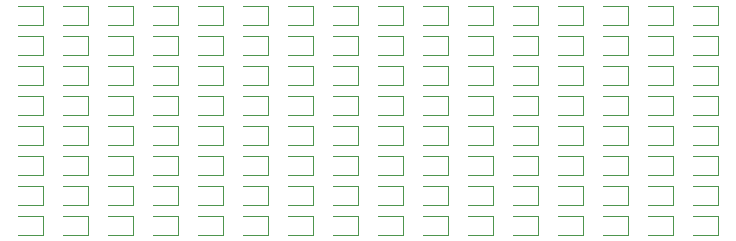
<source format=gbr>
G04 EAGLE Gerber RS-274X export*
G75*
%MOMM*%
%FSLAX34Y34*%
%LPD*%
%INSilkscreen Bottom*%
%IPPOS*%
%AMOC8*
5,1,8,0,0,1.08239X$1,22.5*%
G01*
G04 Define Apertures*
%ADD10C,0.120000*%
D10*
X952899Y401399D02*
X931800Y401399D01*
X952899Y401399D02*
X952899Y386001D01*
X931800Y386001D01*
X571899Y274399D02*
X550800Y274399D01*
X571899Y274399D02*
X571899Y259001D01*
X550800Y259001D01*
X533799Y274399D02*
X512700Y274399D01*
X533799Y274399D02*
X533799Y259001D01*
X512700Y259001D01*
X495699Y274399D02*
X474600Y274399D01*
X495699Y274399D02*
X495699Y259001D01*
X474600Y259001D01*
X1046100Y248999D02*
X1067199Y248999D01*
X1067199Y233601D01*
X1046100Y233601D01*
X1029099Y248999D02*
X1008000Y248999D01*
X1029099Y248999D02*
X1029099Y233601D01*
X1008000Y233601D01*
X990999Y248999D02*
X969900Y248999D01*
X990999Y248999D02*
X990999Y233601D01*
X969900Y233601D01*
X952899Y248999D02*
X931800Y248999D01*
X952899Y248999D02*
X952899Y233601D01*
X931800Y233601D01*
X914799Y248999D02*
X893700Y248999D01*
X914799Y248999D02*
X914799Y233601D01*
X893700Y233601D01*
X876699Y248999D02*
X855600Y248999D01*
X876699Y248999D02*
X876699Y233601D01*
X855600Y233601D01*
X838599Y248999D02*
X817500Y248999D01*
X838599Y248999D02*
X838599Y233601D01*
X817500Y233601D01*
X893700Y401399D02*
X914799Y401399D01*
X914799Y386001D01*
X893700Y386001D01*
X800499Y248999D02*
X779400Y248999D01*
X800499Y248999D02*
X800499Y233601D01*
X779400Y233601D01*
X762399Y248999D02*
X741300Y248999D01*
X762399Y248999D02*
X762399Y233601D01*
X741300Y233601D01*
X724299Y248999D02*
X703200Y248999D01*
X724299Y248999D02*
X724299Y233601D01*
X703200Y233601D01*
X686199Y248999D02*
X665100Y248999D01*
X686199Y248999D02*
X686199Y233601D01*
X665100Y233601D01*
X648099Y248999D02*
X627000Y248999D01*
X648099Y248999D02*
X648099Y233601D01*
X627000Y233601D01*
X609999Y248999D02*
X588900Y248999D01*
X609999Y248999D02*
X609999Y233601D01*
X588900Y233601D01*
X571899Y248999D02*
X550800Y248999D01*
X571899Y248999D02*
X571899Y233601D01*
X550800Y233601D01*
X533799Y248999D02*
X512700Y248999D01*
X533799Y248999D02*
X533799Y233601D01*
X512700Y233601D01*
X495699Y248999D02*
X474600Y248999D01*
X495699Y248999D02*
X495699Y233601D01*
X474600Y233601D01*
X1046100Y223599D02*
X1067199Y223599D01*
X1067199Y208201D01*
X1046100Y208201D01*
X876699Y401399D02*
X855600Y401399D01*
X876699Y401399D02*
X876699Y386001D01*
X855600Y386001D01*
X1008000Y223599D02*
X1029099Y223599D01*
X1029099Y208201D01*
X1008000Y208201D01*
X990999Y223599D02*
X969900Y223599D01*
X990999Y223599D02*
X990999Y208201D01*
X969900Y208201D01*
X952899Y223599D02*
X931800Y223599D01*
X952899Y223599D02*
X952899Y208201D01*
X931800Y208201D01*
X914799Y223599D02*
X893700Y223599D01*
X914799Y223599D02*
X914799Y208201D01*
X893700Y208201D01*
X876699Y223599D02*
X855600Y223599D01*
X876699Y223599D02*
X876699Y208201D01*
X855600Y208201D01*
X838599Y223599D02*
X817500Y223599D01*
X838599Y223599D02*
X838599Y208201D01*
X817500Y208201D01*
X800499Y223599D02*
X779400Y223599D01*
X800499Y223599D02*
X800499Y208201D01*
X779400Y208201D01*
X762399Y223599D02*
X741300Y223599D01*
X762399Y223599D02*
X762399Y208201D01*
X741300Y208201D01*
X724299Y223599D02*
X703200Y223599D01*
X724299Y223599D02*
X724299Y208201D01*
X703200Y208201D01*
X686199Y223599D02*
X665100Y223599D01*
X686199Y223599D02*
X686199Y208201D01*
X665100Y208201D01*
X817500Y401399D02*
X838599Y401399D01*
X838599Y386001D01*
X817500Y386001D01*
X648099Y223599D02*
X627000Y223599D01*
X648099Y223599D02*
X648099Y208201D01*
X627000Y208201D01*
X609999Y223599D02*
X588900Y223599D01*
X609999Y223599D02*
X609999Y208201D01*
X588900Y208201D01*
X571899Y223599D02*
X550800Y223599D01*
X571899Y223599D02*
X571899Y208201D01*
X550800Y208201D01*
X533799Y223599D02*
X512700Y223599D01*
X533799Y223599D02*
X533799Y208201D01*
X512700Y208201D01*
X495699Y223599D02*
X474600Y223599D01*
X495699Y223599D02*
X495699Y208201D01*
X474600Y208201D01*
X779400Y401399D02*
X800499Y401399D01*
X800499Y386001D01*
X779400Y386001D01*
X762399Y401399D02*
X741300Y401399D01*
X762399Y401399D02*
X762399Y386001D01*
X741300Y386001D01*
X724299Y401399D02*
X703200Y401399D01*
X724299Y401399D02*
X724299Y386001D01*
X703200Y386001D01*
X686199Y401399D02*
X665100Y401399D01*
X686199Y401399D02*
X686199Y386001D01*
X665100Y386001D01*
X648099Y401399D02*
X627000Y401399D01*
X648099Y401399D02*
X648099Y386001D01*
X627000Y386001D01*
X609999Y401399D02*
X588900Y401399D01*
X609999Y401399D02*
X609999Y386001D01*
X588900Y386001D01*
X571899Y401399D02*
X550800Y401399D01*
X571899Y401399D02*
X571899Y386001D01*
X550800Y386001D01*
X533799Y401399D02*
X512700Y401399D01*
X533799Y401399D02*
X533799Y386001D01*
X512700Y386001D01*
X495699Y401399D02*
X474600Y401399D01*
X495699Y401399D02*
X495699Y386001D01*
X474600Y386001D01*
X1046100Y375999D02*
X1067199Y375999D01*
X1067199Y360601D01*
X1046100Y360601D01*
X1029099Y375999D02*
X1008000Y375999D01*
X1029099Y375999D02*
X1029099Y360601D01*
X1008000Y360601D01*
X990999Y375999D02*
X969900Y375999D01*
X990999Y375999D02*
X990999Y360601D01*
X969900Y360601D01*
X952899Y375999D02*
X931800Y375999D01*
X952899Y375999D02*
X952899Y360601D01*
X931800Y360601D01*
X914799Y375999D02*
X893700Y375999D01*
X914799Y375999D02*
X914799Y360601D01*
X893700Y360601D01*
X876699Y375999D02*
X855600Y375999D01*
X876699Y375999D02*
X876699Y360601D01*
X855600Y360601D01*
X838599Y375999D02*
X817500Y375999D01*
X838599Y375999D02*
X838599Y360601D01*
X817500Y360601D01*
X1046100Y401399D02*
X1067199Y401399D01*
X1067199Y386001D01*
X1046100Y386001D01*
X800499Y375999D02*
X779400Y375999D01*
X800499Y375999D02*
X800499Y360601D01*
X779400Y360601D01*
X762399Y375999D02*
X741300Y375999D01*
X762399Y375999D02*
X762399Y360601D01*
X741300Y360601D01*
X724299Y375999D02*
X703200Y375999D01*
X724299Y375999D02*
X724299Y360601D01*
X703200Y360601D01*
X686199Y375999D02*
X665100Y375999D01*
X686199Y375999D02*
X686199Y360601D01*
X665100Y360601D01*
X648099Y375999D02*
X627000Y375999D01*
X648099Y375999D02*
X648099Y360601D01*
X627000Y360601D01*
X609999Y375999D02*
X588900Y375999D01*
X609999Y375999D02*
X609999Y360601D01*
X588900Y360601D01*
X571899Y375999D02*
X550800Y375999D01*
X571899Y375999D02*
X571899Y360601D01*
X550800Y360601D01*
X533799Y375999D02*
X512700Y375999D01*
X533799Y375999D02*
X533799Y360601D01*
X512700Y360601D01*
X495699Y375999D02*
X474600Y375999D01*
X495699Y375999D02*
X495699Y360601D01*
X474600Y360601D01*
X1046100Y350599D02*
X1067199Y350599D01*
X1067199Y335201D01*
X1046100Y335201D01*
X1029099Y350599D02*
X1008000Y350599D01*
X1029099Y350599D02*
X1029099Y335201D01*
X1008000Y335201D01*
X990999Y350599D02*
X969900Y350599D01*
X990999Y350599D02*
X990999Y335201D01*
X969900Y335201D01*
X952899Y350599D02*
X931800Y350599D01*
X952899Y350599D02*
X952899Y335201D01*
X931800Y335201D01*
X914799Y350599D02*
X893700Y350599D01*
X914799Y350599D02*
X914799Y335201D01*
X893700Y335201D01*
X876699Y350599D02*
X855600Y350599D01*
X876699Y350599D02*
X876699Y335201D01*
X855600Y335201D01*
X838599Y350599D02*
X817500Y350599D01*
X838599Y350599D02*
X838599Y335201D01*
X817500Y335201D01*
X800499Y350599D02*
X779400Y350599D01*
X800499Y350599D02*
X800499Y335201D01*
X779400Y335201D01*
X762399Y350599D02*
X741300Y350599D01*
X762399Y350599D02*
X762399Y335201D01*
X741300Y335201D01*
X724299Y350599D02*
X703200Y350599D01*
X724299Y350599D02*
X724299Y335201D01*
X703200Y335201D01*
X686199Y350599D02*
X665100Y350599D01*
X686199Y350599D02*
X686199Y335201D01*
X665100Y335201D01*
X648099Y350599D02*
X627000Y350599D01*
X648099Y350599D02*
X648099Y335201D01*
X627000Y335201D01*
X609999Y350599D02*
X588900Y350599D01*
X609999Y350599D02*
X609999Y335201D01*
X588900Y335201D01*
X571899Y350599D02*
X550800Y350599D01*
X571899Y350599D02*
X571899Y335201D01*
X550800Y335201D01*
X533799Y350599D02*
X512700Y350599D01*
X533799Y350599D02*
X533799Y335201D01*
X512700Y335201D01*
X495699Y350599D02*
X474600Y350599D01*
X495699Y350599D02*
X495699Y335201D01*
X474600Y335201D01*
X1046100Y325199D02*
X1067199Y325199D01*
X1067199Y309801D01*
X1046100Y309801D01*
X1029099Y325199D02*
X1008000Y325199D01*
X1029099Y325199D02*
X1029099Y309801D01*
X1008000Y309801D01*
X990999Y325199D02*
X969900Y325199D01*
X990999Y325199D02*
X990999Y309801D01*
X969900Y309801D01*
X952899Y325199D02*
X931800Y325199D01*
X952899Y325199D02*
X952899Y309801D01*
X931800Y309801D01*
X914799Y325199D02*
X893700Y325199D01*
X914799Y325199D02*
X914799Y309801D01*
X893700Y309801D01*
X876699Y325199D02*
X855600Y325199D01*
X876699Y325199D02*
X876699Y309801D01*
X855600Y309801D01*
X838599Y325199D02*
X817500Y325199D01*
X838599Y325199D02*
X838599Y309801D01*
X817500Y309801D01*
X800499Y325199D02*
X779400Y325199D01*
X800499Y325199D02*
X800499Y309801D01*
X779400Y309801D01*
X762399Y325199D02*
X741300Y325199D01*
X762399Y325199D02*
X762399Y309801D01*
X741300Y309801D01*
X724299Y325199D02*
X703200Y325199D01*
X724299Y325199D02*
X724299Y309801D01*
X703200Y309801D01*
X686199Y325199D02*
X665100Y325199D01*
X686199Y325199D02*
X686199Y309801D01*
X665100Y309801D01*
X648099Y325199D02*
X627000Y325199D01*
X648099Y325199D02*
X648099Y309801D01*
X627000Y309801D01*
X609999Y325199D02*
X588900Y325199D01*
X609999Y325199D02*
X609999Y309801D01*
X588900Y309801D01*
X571899Y325199D02*
X550800Y325199D01*
X571899Y325199D02*
X571899Y309801D01*
X550800Y309801D01*
X533799Y325199D02*
X512700Y325199D01*
X533799Y325199D02*
X533799Y309801D01*
X512700Y309801D01*
X495699Y325199D02*
X474600Y325199D01*
X495699Y325199D02*
X495699Y309801D01*
X474600Y309801D01*
X1046100Y299799D02*
X1067199Y299799D01*
X1067199Y284401D01*
X1046100Y284401D01*
X1029099Y299799D02*
X1008000Y299799D01*
X1029099Y299799D02*
X1029099Y284401D01*
X1008000Y284401D01*
X990999Y299799D02*
X969900Y299799D01*
X990999Y299799D02*
X990999Y284401D01*
X969900Y284401D01*
X952899Y299799D02*
X931800Y299799D01*
X952899Y299799D02*
X952899Y284401D01*
X931800Y284401D01*
X914799Y299799D02*
X893700Y299799D01*
X914799Y299799D02*
X914799Y284401D01*
X893700Y284401D01*
X876699Y299799D02*
X855600Y299799D01*
X876699Y299799D02*
X876699Y284401D01*
X855600Y284401D01*
X838599Y299799D02*
X817500Y299799D01*
X838599Y299799D02*
X838599Y284401D01*
X817500Y284401D01*
X800499Y299799D02*
X779400Y299799D01*
X800499Y299799D02*
X800499Y284401D01*
X779400Y284401D01*
X762399Y299799D02*
X741300Y299799D01*
X762399Y299799D02*
X762399Y284401D01*
X741300Y284401D01*
X1008000Y401399D02*
X1029099Y401399D01*
X1029099Y386001D01*
X1008000Y386001D01*
X724299Y299799D02*
X703200Y299799D01*
X724299Y299799D02*
X724299Y284401D01*
X703200Y284401D01*
X686199Y299799D02*
X665100Y299799D01*
X686199Y299799D02*
X686199Y284401D01*
X665100Y284401D01*
X648099Y299799D02*
X627000Y299799D01*
X648099Y299799D02*
X648099Y284401D01*
X627000Y284401D01*
X609999Y299799D02*
X588900Y299799D01*
X609999Y299799D02*
X609999Y284401D01*
X588900Y284401D01*
X571899Y299799D02*
X550800Y299799D01*
X571899Y299799D02*
X571899Y284401D01*
X550800Y284401D01*
X533799Y299799D02*
X512700Y299799D01*
X533799Y299799D02*
X533799Y284401D01*
X512700Y284401D01*
X495699Y299799D02*
X474600Y299799D01*
X495699Y299799D02*
X495699Y284401D01*
X474600Y284401D01*
X1046100Y274399D02*
X1067199Y274399D01*
X1067199Y259001D01*
X1046100Y259001D01*
X1029099Y274399D02*
X1008000Y274399D01*
X1029099Y274399D02*
X1029099Y259001D01*
X1008000Y259001D01*
X990999Y274399D02*
X969900Y274399D01*
X990999Y274399D02*
X990999Y259001D01*
X969900Y259001D01*
X969900Y401399D02*
X990999Y401399D01*
X990999Y386001D01*
X969900Y386001D01*
X952899Y274399D02*
X931800Y274399D01*
X952899Y274399D02*
X952899Y259001D01*
X931800Y259001D01*
X914799Y274399D02*
X893700Y274399D01*
X914799Y274399D02*
X914799Y259001D01*
X893700Y259001D01*
X876699Y274399D02*
X855600Y274399D01*
X876699Y274399D02*
X876699Y259001D01*
X855600Y259001D01*
X838599Y274399D02*
X817500Y274399D01*
X838599Y274399D02*
X838599Y259001D01*
X817500Y259001D01*
X800499Y274399D02*
X779400Y274399D01*
X800499Y274399D02*
X800499Y259001D01*
X779400Y259001D01*
X762399Y274399D02*
X741300Y274399D01*
X762399Y274399D02*
X762399Y259001D01*
X741300Y259001D01*
X724299Y274399D02*
X703200Y274399D01*
X724299Y274399D02*
X724299Y259001D01*
X703200Y259001D01*
X686199Y274399D02*
X665100Y274399D01*
X686199Y274399D02*
X686199Y259001D01*
X665100Y259001D01*
X648099Y274399D02*
X627000Y274399D01*
X648099Y274399D02*
X648099Y259001D01*
X627000Y259001D01*
X609999Y274399D02*
X588900Y274399D01*
X609999Y274399D02*
X609999Y259001D01*
X588900Y259001D01*
M02*

</source>
